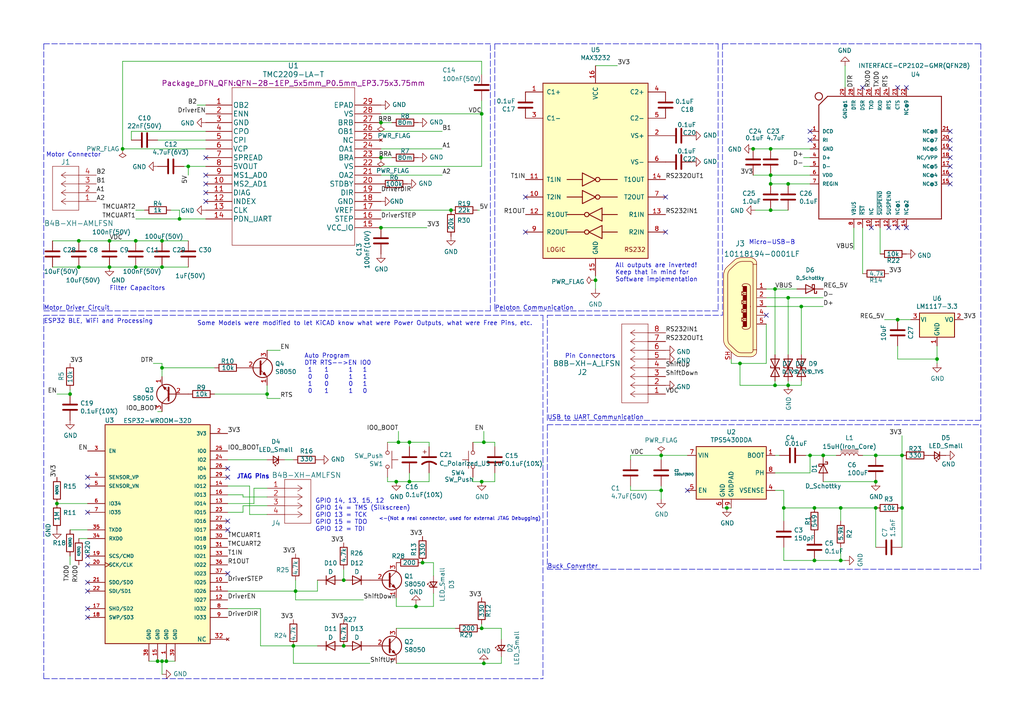
<source format=kicad_sch>
(kicad_sch (version 20211123) (generator eeschema)
  (paper "A4")
  (title_block (title "SmartSpin2k") (date "2022-09-17") (rev "Prototype") (company "GitHub") (comment 1 "Design by: Alex Quilty and Xymon Aesquivel") (comment 2 "Owner: Anthony Doud"))
  (junction (at 22.86 77.47))
  (junction (at 99.695 187.325))
  (junction (at 236.22 147.32))
  (junction (at 48.26 191.77))
  (junction (at 228.6 86.36))
  (junction (at 140.335 192.405))
  (junction (at 118.745 139.7))
  (junction (at 139.7 33.02))
  (junction (at 254 132.08))
  (junction (at 110.49 66.04))
  (junction (at 77.47 114.3))
  (junction (at 236.22 162.56))
  (junction (at 46.99 191.77))
  (junction (at 227.33 147.32))
  (junction (at 45.72 191.77))
  (junction (at 46.99 69.85))
  (junction (at 46.99 106.68))
  (junction (at 35.56 43.18))
  (junction (at 110.49 35.56))
  (junction (at 39.37 69.85))
  (junction (at 191.77 142.24))
  (junction (at 234.95 132.08))
  (junction (at 243.84 147.32))
  (junction (at 223.52 43.18))
  (junction (at 85.09 187.325))
  (junction (at 118.745 128.27))
  (junction (at 31.75 69.85))
  (junction (at 110.49 45.72))
  (junction (at 130.81 60.96))
  (junction (at 218.44 43.18))
  (junction (at 139.7 139.7))
  (junction (at 214.63 105.41))
  (junction (at 243.84 162.56))
  (junction (at 20.32 114.3))
  (junction (at 122.555 163.195))
  (junction (at 54.61 48.26))
  (junction (at 228.6 53.34))
  (junction (at 39.37 77.47))
  (junction (at 224.79 111.76))
  (junction (at 172.72 81.28))
  (junction (at 260.35 92.71))
  (junction (at 254 139.7))
  (junction (at 99.695 168.275))
  (junction (at 261.62 132.08))
  (junction (at 228.6 111.76))
  (junction (at 223.52 60.96))
  (junction (at 224.79 83.82))
  (junction (at 16.51 146.05))
  (junction (at 22.86 69.85))
  (junction (at 85.725 171.45))
  (junction (at 140.335 128.27))
  (junction (at 191.77 132.08))
  (junction (at 261.62 147.32))
  (junction (at 223.52 53.34))
  (junction (at 223.52 50.8))
  (junction (at 31.75 77.47))
  (junction (at 271.78 104.14))
  (junction (at 210.82 147.32))
  (junction (at 114.935 139.7))
  (junction (at 232.41 88.9))
  (junction (at 254 147.32))
  (junction (at 139.7 182.245))
  (junction (at 115.57 128.27))
  (junction (at 238.76 132.08))
  (junction (at 46.99 77.47))
  (junction (at 120.65 175.895))
  (junction (at 52.07 63.5))
  (no_connect (at 262.89 25.4))
  (no_connect (at 152.4 67.31))
  (no_connect (at 260.35 66.04))
  (no_connect (at 25.4 163.83))
  (no_connect (at 234.95 38.1))
  (no_connect (at 59.69 55.88))
  (no_connect (at 66.04 138.43))
  (no_connect (at 25.4 171.45))
  (no_connect (at 275.59 43.18))
  (no_connect (at 260.35 25.4))
  (no_connect (at 222.25 91.44))
  (no_connect (at 275.59 40.64))
  (no_connect (at 275.59 53.34))
  (no_connect (at 199.39 142.24))
  (no_connect (at 59.69 45.72))
  (no_connect (at 252.73 66.04))
  (no_connect (at 193.04 57.15))
  (no_connect (at 66.04 151.13))
  (no_connect (at 257.81 66.04))
  (no_connect (at 234.95 40.64))
  (no_connect (at 25.4 138.43))
  (no_connect (at 193.04 67.31))
  (no_connect (at 250.19 25.4))
  (no_connect (at 275.59 45.72))
  (no_connect (at 25.4 179.07))
  (no_connect (at 275.59 50.8))
  (no_connect (at 275.59 38.1))
  (no_connect (at 59.69 53.34))
  (no_connect (at 25.4 148.59))
  (no_connect (at 275.59 48.26))
  (no_connect (at 66.04 153.67))
  (no_connect (at 262.89 66.04))
  (no_connect (at 25.4 176.53))
  (no_connect (at 152.4 57.15))
  (no_connect (at 25.4 161.29))
  (no_connect (at 66.04 166.37))
  (no_connect (at 59.69 58.42))
  (no_connect (at 66.04 135.89))
  (no_connect (at 25.4 168.91))
  (no_connect (at 25.4 140.97))
  (no_connect (at 59.69 50.8))
  (wire (pts (xy 227.33 162.56) (xy 236.22 162.56)))
  (wire (pts (xy 238.76 132.08) (xy 242.57 132.08)))
  (wire (pts (xy 260.35 92.71) (xy 264.16 92.71)))
  (wire (pts (xy 233.045 48.26) (xy 234.95 48.26)))
  (wire (pts (xy 139.7 180.975) (xy 139.7 182.245)))
  (wire (pts (xy 59.69 38.1) (xy 38.1 38.1)))
  (polyline (pts (xy 158.75 91.44) (xy 209.55 91.44)))
  (wire (pts (xy 112.395 138.43) (xy 112.395 139.7)))
  (wire (pts (xy 128.27 38.1) (xy 110.49 38.1)))
  (wire (pts (xy 261.62 126.365) (xy 261.62 132.08)))
  (wire (pts (xy 118.745 137.16) (xy 118.745 139.7)))
  (wire (pts (xy 110.49 33.02) (xy 139.7 33.02)))
  (wire (pts (xy 228.6 53.34) (xy 234.95 53.34)))
  (wire (pts (xy 99.695 165.1) (xy 99.695 168.275)))
  (wire (pts (xy 81.28 115.57) (xy 77.47 115.57)))
  (wire (pts (xy 143.51 128.27) (xy 143.51 129.54)))
  (wire (pts (xy 256.54 92.71) (xy 260.35 92.71)))
  (wire (pts (xy 107.315 192.405) (xy 85.09 192.405)))
  (wire (pts (xy 110.49 60.96) (xy 130.81 60.96)))
  (polyline (pts (xy 208.28 90.17) (xy 143.51 90.17)))
  (wire (pts (xy 137.16 139.7) (xy 139.7 139.7)))
  (wire (pts (xy 124.46 129.54) (xy 124.46 128.27)))
  (wire (pts (xy 271.78 104.14) (xy 271.78 105.41)))
  (wire (pts (xy 223.52 53.34) (xy 228.6 53.34)))
  (wire (pts (xy 224.79 83.82) (xy 222.25 83.82)))
  (wire (pts (xy 125.73 163.195) (xy 125.73 167.005)))
  (wire (pts (xy 214.63 105.41) (xy 222.25 105.41)))
  (wire (pts (xy 224.79 83.82) (xy 224.79 102.87)))
  (wire (pts (xy 210.82 147.32) (xy 212.09 147.32)))
  (wire (pts (xy 46.99 105.41) (xy 44.45 105.41)))
  (wire (pts (xy 66.04 171.45) (xy 85.725 171.45)))
  (wire (pts (xy 45.72 191.77) (xy 46.99 191.77)))
  (wire (pts (xy 35.56 43.18) (xy 59.69 43.18)))
  (wire (pts (xy 66.04 148.59) (xy 70.485 148.59)))
  (wire (pts (xy 45.72 40.64) (xy 59.69 40.64)))
  (wire (pts (xy 85.09 192.405) (xy 85.09 187.325)))
  (wire (pts (xy 219.075 60.96) (xy 223.52 60.96)))
  (wire (pts (xy 113.665 45.72) (xy 110.49 45.72)))
  (wire (pts (xy 54.61 48.26) (xy 53.34 48.26)))
  (wire (pts (xy 85.09 187.325) (xy 92.075 187.325)))
  (wire (pts (xy 66.04 146.05) (xy 73.66 146.05)))
  (wire (pts (xy 85.725 171.45) (xy 85.725 173.99)))
  (wire (pts (xy 48.26 191.77) (xy 50.8 191.77)))
  (polyline (pts (xy 12.7 91.44) (xy 157.48 91.44)))
  (wire (pts (xy 120.65 175.895) (xy 125.73 175.895)))
  (polyline (pts (xy 158.75 123.19) (xy 158.75 165.1)))
  (wire (pts (xy 72.39 140.97) (xy 66.04 140.97)))
  (wire (pts (xy 260.35 100.33) (xy 260.35 104.14)))
  (wire (pts (xy 22.86 77.47) (xy 31.75 77.47)))
  (wire (pts (xy 66.04 143.51) (xy 70.485 143.51)))
  (wire (pts (xy 254 147.32) (xy 254 158.75)))
  (wire (pts (xy 46.99 106.68) (xy 46.99 105.41)))
  (wire (pts (xy 234.95 137.16) (xy 234.95 132.08)))
  (wire (pts (xy 114.935 192.405) (xy 140.335 192.405)))
  (wire (pts (xy 85.725 173.99) (xy 105.41 173.99)))
  (wire (pts (xy 247.65 66.04) (xy 247.65 72.39)))
  (wire (pts (xy 143.51 139.7) (xy 139.7 139.7)))
  (wire (pts (xy 250.19 132.08) (xy 254 132.08)))
  (wire (pts (xy 46.99 109.22) (xy 46.99 106.68)))
  (wire (pts (xy 115.57 125.095) (xy 115.57 128.27)))
  (wire (pts (xy 145.415 185.42) (xy 145.415 182.245)))
  (wire (pts (xy 140.335 128.27) (xy 143.51 128.27)))
  (wire (pts (xy 227.33 142.24) (xy 227.33 147.32)))
  (wire (pts (xy 137.16 138.43) (xy 137.16 139.7)))
  (wire (pts (xy 228.6 86.36) (xy 228.6 102.87)))
  (wire (pts (xy 236.22 147.32) (xy 243.84 147.32)))
  (polyline (pts (xy 12.7 90.17) (xy 142.24 90.17)))
  (wire (pts (xy 52.07 63.5) (xy 39.37 63.5)))
  (wire (pts (xy 54.61 50.8) (xy 54.61 48.26)))
  (wire (pts (xy 114.935 175.895) (xy 114.935 173.355)))
  (wire (pts (xy 46.99 191.77) (xy 48.26 191.77)))
  (wire (pts (xy 128.27 43.18) (xy 110.49 43.18)))
  (wire (pts (xy 112.395 139.7) (xy 114.935 139.7)))
  (polyline (pts (xy 209.55 12.7) (xy 209.55 91.44)))
  (wire (pts (xy 182.88 132.08) (xy 191.77 132.08)))
  (wire (pts (xy 224.79 142.24) (xy 227.33 142.24)))
  (wire (pts (xy 39.37 69.85) (xy 46.99 69.85)))
  (wire (pts (xy 16.51 114.3) (xy 20.32 114.3)))
  (wire (pts (xy 31.75 77.47) (xy 39.37 77.47)))
  (wire (pts (xy 224.79 132.08) (xy 226.06 132.08)))
  (wire (pts (xy 232.41 110.49) (xy 232.41 111.76)))
  (wire (pts (xy 223.52 60.96) (xy 228.6 60.96)))
  (wire (pts (xy 212.09 105.41) (xy 214.63 105.41)))
  (polyline (pts (xy 12.7 196.85) (xy 157.48 196.85)))
  (wire (pts (xy 70.485 146.685) (xy 70.485 148.59)))
  (wire (pts (xy 70.485 144.145) (xy 70.485 143.51)))
  (wire (pts (xy 75.565 187.325) (xy 85.09 187.325)))
  (wire (pts (xy 16.51 146.05) (xy 25.4 146.05)))
  (wire (pts (xy 233.68 132.08) (xy 234.95 132.08)))
  (polyline (pts (xy 284.48 165.1) (xy 284.48 123.19)))
  (wire (pts (xy 54.61 77.47) (xy 46.99 77.47)))
  (wire (pts (xy 223.52 43.18) (xy 234.95 43.18)))
  (wire (pts (xy 66.04 176.53) (xy 75.565 176.53)))
  (wire (pts (xy 271.78 100.33) (xy 271.78 104.14)))
  (polyline (pts (xy 12.7 196.85) (xy 12.7 91.44)))
  (wire (pts (xy 227.33 158.75) (xy 227.33 162.56)))
  (wire (pts (xy 45.72 119.38) (xy 46.99 119.38)))
  (wire (pts (xy 199.39 132.08) (xy 191.77 132.08)))
  (wire (pts (xy 118.745 128.27) (xy 118.745 129.54)))
  (wire (pts (xy 20.32 153.67) (xy 25.4 153.67)))
  (wire (pts (xy 114.935 182.245) (xy 132.08 182.245)))
  (wire (pts (xy 31.75 69.85) (xy 39.37 69.85)))
  (polyline (pts (xy 157.48 91.44) (xy 157.48 196.85)))
  (wire (pts (xy 15.24 69.85) (xy 22.86 69.85)))
  (wire (pts (xy 92.075 168.275) (xy 92.075 171.45)))
  (wire (pts (xy 223.52 53.34) (xy 223.52 50.8)))
  (wire (pts (xy 191.77 132.08) (xy 191.77 133.35)))
  (wire (pts (xy 255.27 66.04) (xy 255.27 73.66)))
  (wire (pts (xy 82.55 133.35) (xy 85.09 133.35)))
  (wire (pts (xy 260.35 104.14) (xy 271.78 104.14)))
  (wire (pts (xy 139.7 29.21) (xy 139.7 33.02)))
  (wire (pts (xy 243.84 147.32) (xy 243.84 151.13)))
  (wire (pts (xy 35.56 17.78) (xy 139.7 17.78)))
  (wire (pts (xy 212.09 104.14) (xy 212.09 105.41)))
  (wire (pts (xy 236.22 162.56) (xy 243.84 162.56)))
  (wire (pts (xy 20.32 113.03) (xy 20.32 114.3)))
  (wire (pts (xy 120.65 175.26) (xy 120.65 175.895)))
  (wire (pts (xy 222.25 105.41) (xy 222.25 93.98)))
  (wire (pts (xy 115.57 128.27) (xy 118.745 128.27)))
  (wire (pts (xy 261.62 132.08) (xy 261.62 147.32)))
  (wire (pts (xy 143.51 137.16) (xy 143.51 139.7)))
  (wire (pts (xy 54.61 69.85) (xy 46.99 69.85)))
  (wire (pts (xy 118.745 128.27) (xy 124.46 128.27)))
  (wire (pts (xy 59.69 63.5) (xy 52.07 63.5)))
  (wire (pts (xy 22.86 69.85) (xy 31.75 69.85)))
  (wire (pts (xy 214.63 111.76) (xy 224.79 111.76)))
  (wire (pts (xy 223.52 50.8) (xy 234.95 50.8)))
  (polyline (pts (xy 12.7 12.7) (xy 142.24 12.7)))
  (polyline (pts (xy 12.7 12.7) (xy 12.7 90.17)))
  (wire (pts (xy 110.49 35.56) (xy 113.665 35.56)))
  (wire (pts (xy 35.56 17.78) (xy 35.56 43.18)))
  (wire (pts (xy 182.88 140.97) (xy 182.88 142.24)))
  (wire (pts (xy 137.16 128.27) (xy 140.335 128.27)))
  (polyline (pts (xy 158.75 121.92) (xy 158.75 91.44)))
  (wire (pts (xy 110.49 66.04) (xy 123.825 66.04)))
  (wire (pts (xy 224.79 137.16) (xy 234.95 137.16)))
  (wire (pts (xy 250.19 66.04) (xy 250.19 79.375)))
  (wire (pts (xy 139.7 21.59) (xy 139.7 17.78)))
  (wire (pts (xy 191.77 142.24) (xy 191.77 144.78)))
  (wire (pts (xy 234.95 132.08) (xy 238.76 132.08)))
  (wire (pts (xy 124.46 137.16) (xy 124.46 139.7)))
  (wire (pts (xy 243.84 162.56) (xy 245.11 162.56)))
  (wire (pts (xy 209.55 147.32) (xy 210.82 147.32)))
  (wire (pts (xy 243.84 158.75) (xy 243.84 162.56)))
  (wire (pts (xy 243.84 147.32) (xy 254 147.32)))
  (wire (pts (xy 39.37 60.96) (xy 41.91 60.96)))
  (wire (pts (xy 172.72 80.01) (xy 172.72 81.28)))
  (wire (pts (xy 182.88 142.24) (xy 191.77 142.24)))
  (wire (pts (xy 120.65 175.895) (xy 114.935 175.895)))
  (wire (pts (xy 191.77 140.97) (xy 191.77 142.24)))
  (wire (pts (xy 15.24 77.47) (xy 22.86 77.47)))
  (wire (pts (xy 57.15 30.48) (xy 59.69 30.48)))
  (wire (pts (xy 39.37 77.47) (xy 46.99 77.47)))
  (wire (pts (xy 140.335 192.405) (xy 145.415 192.405)))
  (wire (pts (xy 145.415 192.405) (xy 145.415 190.5)))
  (polyline (pts (xy 143.51 12.7) (xy 208.28 12.7)))
  (wire (pts (xy 77.47 149.225) (xy 72.39 149.225)))
  (wire (pts (xy 140.335 125.095) (xy 140.335 128.27)))
  (polyline (pts (xy 158.75 123.19) (xy 284.48 123.19)))
  (wire (pts (xy 228.6 86.36) (xy 238.76 86.36)))
  (polyline (pts (xy 142.24 90.17) (xy 142.24 12.7)))
  (wire (pts (xy 112.395 128.27) (xy 115.57 128.27)))
  (wire (pts (xy 232.41 88.9) (xy 232.41 102.87)))
  (wire (pts (xy 38.1 38.1) (xy 38.1 40.64)))
  (wire (pts (xy 77.47 144.145) (xy 70.485 144.145)))
  (wire (pts (xy 66.04 133.35) (xy 77.47 133.35)))
  (polyline (pts (xy 284.48 12.7) (xy 284.48 121.92)))
  (wire (pts (xy 72.39 149.225) (xy 72.39 140.97)))
  (wire (pts (xy 62.23 106.68) (xy 46.99 106.68)))
  (wire (pts (xy 81.28 101.6) (xy 77.47 101.6)))
  (wire (pts (xy 128.27 50.8) (xy 110.49 50.8)))
  (wire (pts (xy 122.555 163.195) (xy 125.73 163.195)))
  (wire (pts (xy 62.23 114.3) (xy 77.47 114.3)))
  (wire (pts (xy 223.52 43.18) (xy 218.44 43.18)))
  (wire (pts (xy 223.52 50.8) (xy 218.44 50.8)))
  (wire (pts (xy 224.79 111.76) (xy 228.6 111.76)))
  (wire (pts (xy 231.14 83.82) (xy 224.79 83.82)))
  (wire (pts (xy 222.25 88.9) (xy 232.41 88.9)))
  (wire (pts (xy 118.745 139.7) (xy 114.935 139.7)))
  (wire (pts (xy 245.11 19.05) (xy 245.11 25.4)))
  (wire (pts (xy 20.32 163.83) (xy 20.32 161.29)))
  (wire (pts (xy 224.79 110.49) (xy 224.79 111.76)))
  (wire (pts (xy 254 132.08) (xy 261.62 132.08)))
  (wire (pts (xy 222.25 86.36) (xy 228.6 86.36)))
  (polyline (pts (xy 208.28 12.7) (xy 208.28 90.17)))
  (wire (pts (xy 172.72 19.05) (xy 179.07 19.05)))
  (wire (pts (xy 46.99 191.77) (xy 46.99 195.58)))
  (wire (pts (xy 261.62 147.32) (xy 261.62 158.75)))
  (polyline (pts (xy 284.48 121.92) (xy 158.75 121.92)))
  (wire (pts (xy 228.6 110.49) (xy 228.6 111.76)))
  (wire (pts (xy 75.565 176.53) (xy 75.565 187.325)))
  (wire (pts (xy 145.415 182.245) (xy 139.7 182.245)))
  (polyline (pts (xy 158.75 165.1) (xy 284.48 165.1)))
  (wire (pts (xy 22.86 156.21) (xy 25.4 156.21)))
  (wire (pts (xy 172.72 81.28) (xy 172.72 83.82)))
  (wire (pts (xy 85.725 171.45) (xy 92.075 171.45)))
  (wire (pts (xy 233.045 45.72) (xy 234.95 45.72)))
  (wire (pts (xy 182.88 132.08) (xy 182.88 133.35)))
  (wire (pts (xy 232.41 88.9) (xy 238.76 88.9)))
  (wire (pts (xy 77.47 115.57) (xy 77.47 114.3)))
  (polyline (pts (xy 209.55 12.7) (xy 284.48 12.7)))
  (wire (pts (xy 77.47 146.685) (xy 70.485 146.685)))
  (wire (pts (xy 227.33 151.13) (xy 227.33 147.32)))
  (wire (pts (xy 125.73 172.085) (xy 125.73 175.895)))
  (wire (pts (xy 73.66 146.05) (xy 73.66 141.605)))
  (wire (pts (xy 52.07 60.96) (xy 52.07 63.5)))
  (wire (pts (xy 118.745 139.7) (xy 124.46 139.7)))
  (wire (pts (xy 54.61 48.26) (xy 59.69 48.26)))
  (wire (pts (xy 85.725 168.275) (xy 85.725 171.45)))
  (wire (pts (xy 49.53 60.96) (xy 52.07 60.96)))
  (wire (pts (xy 110.49 48.26) (xy 139.7 48.26)))
  (wire (pts (xy 228.6 111.76) (xy 232.41 111.76)))
  (wire (pts (xy 77.47 114.3) (xy 77.47 111.76)))
  (wire (pts (xy 139.065 60.96) (xy 138.43 60.96)))
  (wire (pts (xy 43.18 191.77) (xy 45.72 191.77)))
  (wire (pts (xy 139.7 33.02) (xy 139.7 48.26)))
  (wire (pts (xy 73.66 141.605) (xy 77.47 141.605)))
  (polyline (pts (xy 143.51 12.7) (xy 143.51 90.17)))
  (wire (pts (xy 236.22 147.32) (xy 227.33 147.32)))
  (wire (pts (xy 214.63 105.41) (xy 214.63 111.76)))
  (wire (pts (xy 238.76 139.7) (xy 254 139.7)))
  (text "Peloton Communication" (at 143.51 90.17 0) (effects (font (size 1.27 1.27)) (justify left bottom)))
  (text "JTAG Pins" (at 68.58 139.065 0) (effects (font (size 1.27 1.27) (thickness 0.254) bold) (justify left bottom)))
  (text "Motor Connector" (at 13.335 45.72 0) (effects (font (size 1.27 1.27)) (justify left bottom)))
  (text "Buck Converter" (at 158.75 165.1 0) (effects (font (size 1.27 1.27)) (justify left bottom)))
  (text "ESP32 BLE, WiFi and Processing" (at 12.7 93.98 0) (effects (font (size 1.27 1.27)) (justify left bottom)))
  (text "USB to UART Communication" (at 158.75 121.92 0) (effects (font (size 1.27 1.27)) (justify left bottom)))
  (text "Pin Connectors" (at 163.83 104.14 0) (effects (font (size 1.27 1.27)) (justify left bottom)))
  (text "All outputs are inverted! \nKeep that in mind for\nSoftware implementation" (at 178.435 81.915 0) (effects (font (size 1.27 1.27)) (justify left bottom)))
  (text "<-(Not a real connector, used for external JTAG Debugging)" (at 109.855 151.13 0) (effects (font (size 1 1)) (justify left bottom)))
  (text "Some Models were modified to let KiCAD know what were Power Outputs, what were Free Pins, etc." (at 57.15 94.615 0) (effects (font (size 1.27 1.27)) (justify left bottom)))
  (text "Auto Program\nDTR RTS-->EN IO0\n 1	 1	   1   1\n 0	 0	   1   1\n 1	 0	   0   1\n 0	 1	   1   0" (at 88.265 114.3 0) (effects (font (size 1.27 1.27)) (justify left bottom)))
  (text "GPIO 14, 13, 15, 12\nGPIO 14 = TMS (Silkscreen)\nGPIO 13 = TCK\nGPIO 15 = TDO\nGPIO 12 = TDI\n" (at 91.44 154.305 0) (effects (font (size 1.27 1.27)) (justify left bottom)))
  (text "Motor Driver Circuit" (at 12.7 90.17 0) (effects (font (size 1.27 1.27)) (justify left bottom)))
  (text "Filter Capacitors" (at 31.75 84.455 0) (effects (font (size 1.27 1.27)) (justify left bottom)))
  (text "Micro-USB-B\n" (at 217.17 71.12 0) (effects (font (size 1.27 1.27)) (justify left bottom)))
  (label "DTR" (at 247.65 25.4 90))
  (label "RTS" (at 257.81 25.4 90))
  (label "D+" (at 233.045 45.72 180))
  (label "RS232IN1" (at 193.04 62.23 0))
  (label "B1" (at 27.94 53.34 0))
  (label "VBUS" (at 247.65 72.39 180))
  (label "3V3" (at 279.4 92.71 0))
  (label "3V3" (at 85.725 160.655 180))
  (label "3V3" (at 257.81 79.375 0))
  (label "3V3" (at 123.825 66.04 0))
  (label "RXD0" (at 252.73 25.4 90))
  (label "D-" (at 238.76 86.36 0))
  (label "TMCUART2" (at 39.37 60.96 180))
  (label "DriverDIR" (at 110.49 55.88 0))
  (label "RS232IN1" (at 193.04 96.52 0))
  (label "R1OUT" (at 66.04 163.83 0))
  (label "ShiftUp" (at 193.04 106.68 0))
  (label "B2" (at 27.94 50.8 0))
  (label "3V3" (at 99.695 179.705 180))
  (label "RXD0" (at 22.86 163.83 270))
  (label "3V3" (at 261.62 126.365 180))
  (label "A1" (at 27.94 55.88 0))
  (label "5V" (at 139.065 60.96 0))
  (label "TMCUART1" (at 66.04 156.21 0))
  (label "A1" (at 128.27 43.18 0))
  (label "3V3" (at 20.32 105.41 0))
  (label "ShiftDown" (at 193.04 109.22 0))
  (label "BRA" (at 113.665 45.72 180))
  (label "RS232OUT1" (at 193.04 99.06 0))
  (label "TMCUART1" (at 39.37 63.5 180))
  (label "TXD0" (at 255.27 25.4 90))
  (label "DriverSTEP" (at 110.49 63.5 0))
  (label "RS232OUT1" (at 193.04 52.07 0))
  (label "IO0_BOOT" (at 45.72 119.38 180))
  (label "DTR" (at 44.45 105.41 180))
  (label "VDC" (at 182.88 132.08 0))
  (label "VDC" (at 31.75 69.85 0))
  (label "D-" (at 233.045 48.26 180))
  (label "IO0_BOOT" (at 115.57 125.095 180))
  (label "ShiftDown" (at 105.41 173.99 0))
  (label "A2" (at 27.94 58.42 0))
  (label "ShiftUp" (at 107.315 192.405 0))
  (label "REG_5V" (at 238.76 83.82 0))
  (label "DriverEN" (at 59.69 33.02 180))
  (label "VDC" (at 193.04 114.3 0))
  (label "EN" (at 140.335 125.095 180))
  (label "3V3" (at 16.51 138.43 90))
  (label "REG_5V" (at 256.54 92.71 180))
  (label "T1IN" (at 66.04 161.29 0))
  (label "VDC" (at 139.7 33.02 180))
  (label "RTS" (at 81.28 115.57 0))
  (label "3V3" (at 85.09 179.705 180))
  (label "DriverDIR" (at 66.04 179.07 0))
  (label "VBUS" (at 224.79 83.82 0))
  (label "3V3" (at 122.555 155.575 180))
  (label "TMCUART2" (at 66.04 158.75 0))
  (label "B1" (at 128.27 38.1 0))
  (label "DriverSTEP" (at 66.04 168.91 0))
  (label "3V3" (at 99.695 157.48 180))
  (label "3V3" (at 139.7 173.355 180))
  (label "BRB" (at 113.665 35.56 180))
  (label "D+" (at 238.76 88.9 0))
  (label "A2" (at 128.27 50.8 0))
  (label "EN" (at 16.51 114.3 180))
  (label "EN" (at 81.28 101.6 0))
  (label "5V" (at 54.61 50.8 270))
  (label "B2" (at 57.15 30.48 180))
  (label "R1OUT" (at 152.4 62.23 180))
  (label "DriverEN" (at 66.04 173.99 0))
  (label "3V3" (at 218.44 50.8 180))
  (label "3V3" (at 179.07 19.05 0))
  (label "3V3" (at 66.04 125.73 0))
  (label "T1IN" (at 152.4 52.07 180))
  (label "TXD0" (at 20.32 163.83 270))
  (label "IO0_BOOT" (at 66.04 130.81 0))
  (label "EN" (at 25.4 130.81 180))
  (symbol (lib_id "Regulator_Switching:TPS5430DDA") (at 212.09 137.16 0) (unit 1)
    (property "Reference" "U2" (at 212.09 125.2982 0))
    (property "Value" "TPS5430DDA" (at 212.09 127.6096 0))
    (property "Footprint" "Package_SO:SOIC-8-1EP_3.9x4.9mm_P1.27mm_EP2.514x3.2mm" (effects hide))
    (property "Datasheet" "http://www.ti.com/lit/ds/symlink/tps5430.pdf" (effects hide))
  )
  (symbol (lib_id "Device:D_Schottky") (at 238.76 135.89 270) (unit 1)
    (property "Reference" "D1" (at 236.22 135.89 0))
    (property "Value" "D_Schottky" (at 238.76 140.97 90))
    (property "Footprint" "Diode_SMD:D_SMA" (effects hide))
  )
  (symbol (lib_id "Device:C") (at 227.33 154.94 0) (unit 1)
    (property "Reference" "C3" (at 230.251 153.7716 0) (effects (justify left)))
    (property "Value" "150pF" (at 230.251 156.083 0) (effects (justify left)))
    (property "Footprint" "Capacitor_SMD:C_0805_2012Metric" (effects hide))
  )
  (symbol (lib_id "Device:C") (at 229.87 132.08 90) (unit 1)
    (property "Reference" "C4" (at 230.505 127 90) (effects (justify left)))
    (property "Value" "0.01uF" (at 234.2134 128.651 90) (effects (justify left)))
    (property "Footprint" "Capacitor_SMD:C_0805_2012Metric" (effects hide))
  )
  (symbol (lib_id "Device:C") (at 254 135.89 0) (unit 1)
    (property "Reference" "C6" (at 245.745 134.8486 0) (effects (justify left)))
    (property "Value" "100uF" (at 245.745 137.16 0) (effects (justify left)))
    (property "Footprint" "Capacitor_SMD:C_1206_3216Metric" (effects hide))
  )
  (symbol (lib_id "Device:R") (at 236.22 151.13 0) (unit 1)
    (property "Reference" "R1" (at 234.315 152.4 90) (effects (justify left)))
    (property "Value" "549" (at 236.22 153.035 90) (effects (justify left)))
    (property "Footprint" "Resistor_SMD:R_0402_1005Metric" (effects hide))
  )
  (symbol (lib_id "Device:R") (at 243.84 154.94 0) (unit 1)
    (property "Reference" "R2" (at 246.38 156.21 90) (effects (justify left)))
    (property "Value" "5.9k" (at 243.84 156.845 90) (effects (justify left)))
    (property "Footprint" "Resistor_SMD:R_0603_1608Metric" (effects hide))
  )
  (symbol (lib_id "Device:R") (at 257.81 147.32 90) (unit 1)
    (property "Reference" "R3" (at 259.08 144.78 90) (effects (justify left)))
    (property "Value" "10k" (at 259.715 147.32 90) (effects (justify left)))
    (property "Footprint" "Resistor_SMD:R_0402_1005Metric" (effects hide))
  )
  (symbol (lib_id "Device:C") (at 257.81 158.75 90) (unit 1)
    (property "Reference" "C7" (at 256.6416 155.829 0) (effects (justify left)))
    (property "Value" "1.5nF" (at 258.953 155.829 0) (effects (justify left)))
    (property "Footprint" "Capacitor_SMD:C_0805_2012Metric" (effects hide))
  )
  (symbol (lib_id "Device:C") (at 236.22 158.75 0) (unit 1)
    (property "Reference" "C5" (at 239.141 157.5816 0) (effects (justify left)))
    (property "Value" "0.1uF" (at 239.141 159.893 0) (effects (justify left)))
    (property "Footprint" "Capacitor_SMD:C_0402_1005Metric" (effects hide))
  )
  (symbol (lib_id "power:GND") (at 245.11 162.56 90) (unit 1)
    (property "Reference" "#PWR04" (effects hide))
    (property "Value" "GND" (at 249.5042 162.433 0))
  )
  (symbol (lib_id "power:GND") (at 254 139.7 0) (unit 1)
    (property "Reference" "#PWR05" (effects hide))
    (property "Value" "GND" (at 254.127 144.0942 0))
  )
  (symbol (lib_id "Device:C") (at 182.88 137.16 0) (unit 1)
    (property "Reference" "C1" (at 177.165 141.605 0) (effects (justify left)))
    (property "Value" "4.7uF(50V)" (at 177.165 143.9164 0) (effects (justify left)))
    (property "Footprint" "Capacitor_SMD:C_1206_3216Metric" (effects hide))
  )
  (symbol (lib_id "Device:C") (at 191.77 137.16 0) (unit 1)
    (property "Reference" "C2" (at 195.58 136.525 0) (effects (font (size 0.635 0.635)) (justify left)))
    (property "Value" "100uF(50V)" (at 195.58 137.5664 0) (effects (font (size 0.635 0.635)) (justify left)))
    (property "Footprint" "Capacitor_SMD:CP_Elec_8x10" (effects hide))
  )
  (symbol (lib_id "power:GND") (at 191.77 144.78 0) (unit 1)
    (property "Reference" "#PWR02" (effects hide))
    (property "Value" "GND" (at 191.897 149.1742 0))
  )
  (symbol (lib_id "power:GND") (at 210.82 147.32 0) (unit 1)
    (property "Reference" "#PWR03" (effects hide))
    (property "Value" "GND" (at 210.947 151.7142 0))
  )
  (symbol (lib_id "Device:R") (at 20.32 109.22 0) (unit 1)
    (property "Reference" "R5" (at 17.78 110.49 90) (effects (justify left)))
    (property "Value" "10k" (at 20.32 111.125 90) (effects (justify left)))
    (property "Footprint" "Resistor_SMD:R_0402_1005Metric" (effects hide))
  )
  (symbol (lib_id "Device:C") (at 143.51 133.35 0) (unit 1)
    (property "Reference" "C15" (at 146.431 132.1816 0) (effects (justify left)))
    (property "Value" "0.1uF(10%)" (at 146.431 134.493 0) (effects (justify left)))
    (property "Footprint" "Capacitor_SMD:C_0402_1005Metric" (effects hide))
  )
  (symbol (lib_id "Device:R") (at 58.42 114.3 90) (unit 1)
    (property "Reference" "R9" (at 59.69 112.395 90) (effects (justify left)))
    (property "Value" "10k" (at 60.325 114.3 90) (effects (justify left)))
    (property "Footprint" "Resistor_SMD:R_0402_1005Metric" (effects hide))
  )
  (symbol (lib_id "Device:R") (at 66.04 106.68 90) (unit 1)
    (property "Reference" "R10" (at 67.945 104.775 90) (effects (justify left)))
    (property "Value" "10k" (at 67.945 106.68 90) (effects (justify left)))
    (property "Footprint" "Resistor_SMD:R_0402_1005Metric" (effects hide))
  )
  (symbol (lib_id "power:PWR_FLAG") (at 191.77 132.08 0) (unit 1)
    (property "Reference" "#FLG0103" (effects hide))
    (property "Value" "PWR_FLAG" (at 191.77 127.6858 0))
  )
  (symbol (lib_id "Device:LED_Small") (at 125.73 169.545 90) (unit 1)
    (property "Reference" "D3" (at 130.9878 169.545 0))
    (property "Value" "LED_Small" (at 128.27 169.545 0))
    (property "Footprint" "LED_SMD:LED_0603_1608Metric" (effects hide))
  )
  (symbol (lib_id "Device:LED_Small") (at 145.415 187.96 90) (unit 1)
    (property "Reference" "D2" (at 147.955 187.96 0))
    (property "Value" "LED_Small" (at 149.86 187.96 0))
    (property "Footprint" "LED_SMD:LED_0603_1608Metric" (effects hide))
  )
  (symbol (lib_id "INTERFACE-CP2102-GMR_QFN28_:INTERFACE-CP2102-GMR(QFN28)") (at 255.27 45.72 0) (unit 1)
    (property "Reference" "U4" (at 264.16 21.59 0) (effects (justify left)))
    (property "Value" "INTERFACE-CP2102-GMR(QFN28)" (at 248.92 19.05 0) (effects (justify left)))
    (property "Footprint" "Package_DFN_QFN:QFN-28-1EP_5x5mm_P0.5mm_EP3.35x3.35mm" (effects hide))
    (property "MPN" "CP2102-GMR" (effects hide))
  )
  (symbol (lib_id "Device:C") (at 218.44 46.99 180) (unit 1)
    (property "Reference" "C24" (at 220.98 38.1 0) (effects (justify left)))
    (property "Value" "0.1uF" (at 221.615 40.005 0) (effects (justify left)))
    (property "Footprint" "Capacitor_SMD:C_0402_1005Metric" (effects hide))
  )
  (symbol (lib_id "Device:C") (at 152.4 30.48 180) (unit 1)
    (property "Reference" "C17" (at 149.479 31.6484 0) (effects (justify left)))
    (property "Value" "0.1uF" (at 149.479 29.337 0) (effects (justify left)))
    (property "Footprint" "Capacitor_SMD:C_0402_1005Metric" (effects hide))
  )
  (symbol (lib_id "Device:C") (at 193.04 30.48 180) (unit 1)
    (property "Reference" "C18" (at 201.295 31.75 0) (effects (justify left)))
    (property "Value" "0.1uF" (at 201.295 29.4386 0) (effects (justify left)))
    (property "Footprint" "Capacitor_SMD:C_0402_1005Metric" (effects hide))
  )
  (symbol (lib_id "Device:C") (at 223.52 57.15 0) (unit 1)
    (property "Reference" "C25" (at 215.265 56.1086 0) (effects (justify left)))
    (property "Value" "1.0uF" (at 215.265 58.42 0) (effects (justify left)))
    (property "Footprint" "Capacitor_SMD:C_0805_2012Metric" (effects hide))
  )
  (symbol (lib_id "Device:C") (at 228.6 57.15 0) (unit 1)
    (property "Reference" "C26" (at 231.775 56.1086 0) (effects (justify left)))
    (property "Value" "0.1uF" (at 231.775 58.42 0) (effects (justify left)))
    (property "Footprint" "Capacitor_SMD:C_0402_1005Metric" (effects hide))
  )
  (symbol (lib_id "Regulator_Linear:LM1117-3.3") (at 271.78 92.71 0) (unit 1)
    (property "Reference" "U6" (at 271.78 86.5632 0))
    (property "Value" "LM1117-3.3" (at 271.78 88.8746 0))
    (property "Footprint" "Package_TO_SOT_SMD:SOT-223-3_TabPin2" (effects hide))
    (property "Datasheet" "http://www.ti.com/lit/ds/symlink/lm1117.pdf" (effects hide))
  )
  (symbol (lib_id "Device:C") (at 260.35 96.52 180) (unit 1)
    (property "Reference" "C27" (at 264.16 96.52 90))
    (property "Value" "10uF" (at 256.2606 96.52 90))
    (property "Footprint" "Capacitor_SMD:C_0603_1608Metric" (effects hide))
  )
  (symbol (lib_id "power:GND") (at 271.78 105.41 0) (unit 1)
    (property "Reference" "#PWR018" (effects hide))
    (property "Value" "GND" (at 271.907 109.8042 0))
  )
  (symbol (lib_id "Switch:SW_Push") (at 137.16 133.35 90) (unit 1)
    (property "Reference" "SW4" (at 130.81 137.16 90) (effects (justify right)))
    (property "Value" "SW_Push" (at 128.905 139.065 90) (effects (justify right)))
    (property "Footprint" "Button_Switch_SMD:SW_Push_SPST_NO_Alps_SKRK" (effects hide))
  )
  (symbol (lib_id "power:GND") (at 139.7 139.7 0) (unit 1)
    (property "Reference" "#PWR07" (effects hide))
    (property "Value" "GND" (at 139.827 144.0942 0))
  )
  (symbol (lib_id "power:GND") (at 46.99 195.58 90) (unit 1)
    (property "Reference" "#PWR010" (effects hide))
    (property "Value" "GND" (at 50.2412 195.453 90) (effects (justify right)))
  )
  (symbol (lib_id "Device:LED_Small") (at 271.78 132.08 180) (unit 1)
    (property "Reference" "D5" (at 274.32 127 0))
    (property "Value" "LED_Small" (at 274.32 129.3114 0))
    (property "Footprint" "LED_SMD:LED_0603_1608Metric" (effects hide))
  )
  (symbol (lib_id "Device:R") (at 265.43 132.08 270) (unit 1)
    (property "Reference" "R23" (at 265.43 130.175 90))
    (property "Value" "330" (at 265.43 132.08 90))
    (property "Footprint" "Resistor_SMD:R_0402_1005Metric" (effects hide))
  )
  (symbol (lib_id "power:GND") (at 274.32 132.08 90) (unit 1)
    (property "Reference" "#PWR028" (effects hide))
    (property "Value" "GND" (at 273.05 134.62 90) (effects (justify right)))
  )
  (symbol (lib_id "power:GND") (at 219.075 60.96 270) (unit 1)
    (property "Reference" "#PWR033" (effects hide))
    (property "Value" "GND" (at 215.8238 61.087 90) (effects (justify right)))
  )
  (symbol (lib_id "power:GND") (at 218.44 43.18 270) (unit 1)
    (property "Reference" "#PWR032" (effects hide))
    (property "Value" "GND" (at 215.1888 43.307 90) (effects (justify right)))
  )
  (symbol (lib_id "power:GND") (at 245.11 19.05 180) (unit 1)
    (property "Reference" "#PWR034" (effects hide))
    (property "Value" "GND" (at 244.983 14.6558 0))
  )
  (symbol (lib_id "power:GND") (at 228.6 111.76 0) (unit 1)
    (property "Reference" "#PWR0104" (effects hide))
    (property "Value" "GND" (at 228.727 115.0112 90) (effects (justify right)))
  )
  (symbol (lib_id "Device:R") (at 16.51 149.86 180) (unit 1)
    (property "Reference" "R11" (at 18.288 148.6916 0) (effects (justify right)))
    (property "Value" "1M" (at 16.51 151.13 90) (effects (justify right)))
    (property "Footprint" "Resistor_SMD:R_0402_1005Metric" (effects hide))
  )
  (symbol (lib_id "power:GND") (at 16.51 153.67 0) (unit 1)
    (property "Reference" "#PWR0110" (effects hide))
    (property "Value" "GND" (at 13.97 151.765 90) (effects (justify right)))
  )
  (symbol (lib_id "Device:R") (at 139.7 177.165 180) (unit 1)
    (property "Reference" "R12" (at 141.605 177.165 90))
    (property "Value" "330" (at 139.7 177.165 90))
    (property "Footprint" "Resistor_SMD:R_0402_1005Metric" (effects hide))
  )
  (symbol (lib_id "Device:R") (at 122.555 159.385 180) (unit 1)
    (property "Reference" "R13" (at 120.015 159.385 90))
    (property "Value" "330" (at 122.555 159.385 90))
    (property "Footprint" "Resistor_SMD:R_0402_1005Metric" (effects hide))
  )
  (symbol (lib_id "Device:R") (at 254 79.375 270) (unit 1)
    (property "Reference" "R14" (at 252.095 81.28 90) (effects (justify left)))
    (property "Value" "4.7k" (at 252.095 79.375 90) (effects (justify left)))
    (property "Footprint" "Resistor_SMD:R_0402_1005Metric" (effects hide))
  )
  (symbol (lib_id "Device:R") (at 16.51 142.24 0) (unit 1)
    (property "Reference" "R15" (at 18.288 141.0716 0) (effects (justify left)))
    (property "Value" "0(5%)" (at 16.51 143.51 90) (effects (font (size 0.635 0.635)) (justify left)))
    (property "Footprint" "Resistor_SMD:R_0402_1005Metric" (effects hide))
  )
  (symbol (lib_id "Device:LED_Small") (at 80.01 133.35 180) (unit 1)
    (property "Reference" "D4" (at 80.01 128.0922 0))
    (property "Value" "LED_Small" (at 80.01 130.4036 0))
    (property "Footprint" "LED_SMD:LED_0603_1608Metric" (effects hide))
  )
  (symbol (lib_id "Device:R") (at 88.9 133.35 270) (unit 1)
    (property "Reference" "R16" (at 88.9 130.81 90))
    (property "Value" "330" (at 88.9 133.1214 90))
    (property "Footprint" "Resistor_SMD:R_0402_1005Metric" (effects hide))
  )
  (symbol (lib_id "power:GND") (at 92.71 133.35 90) (unit 1)
    (property "Reference" "#PWR020" (effects hide))
    (property "Value" "GND" (at 95.9612 133.223 90) (effects (justify right)))
  )
  (symbol (lib_id "Transistor_BJT:2N2219") (at 49.53 114.3 180) (unit 1)
    (property "Reference" "Q3" (at 44.6786 113.1316 0) (effects (justify left)))
    (property "Value" "S8050" (at 44.6786 115.443 0) (effects (justify left)))
    (property "Footprint" "Package_TO_SOT_SMD:SOT-23" (effects hide))
    (property "Datasheet" "http://www.onsemi.com/pub_link/Collateral/2N2219-D.PDF" (effects hide))
  )
  (symbol (lib_id "Transistor_BJT:2N2219") (at 74.93 106.68 0) (unit 1)
    (property "Reference" "Q4" (at 79.756 105.5116 0) (effects (justify left)))
    (property "Value" "S8050" (at 79.756 107.823 0) (effects (justify left)))
    (property "Footprint" "Package_TO_SOT_SMD:SOT-23" (effects hide))
    (property "Datasheet" "http://www.onsemi.com/pub_link/Collateral/2N2219-D.PDF" (effects hide))
  )
  (symbol (lib_id "Device:R") (at 20.32 157.48 0) (unit 1)
    (property "Reference" "R18" (at 15.24 157.48 0) (effects (justify left)))
    (property "Value" "0(5%)" (at 20.32 158.75 90) (effects (font (size 0.635 0.635)) (justify left)))
    (property "Footprint" "Resistor_SMD:R_0402_1005Metric" (effects hide))
  )
  (symbol (lib_id "Device:R") (at 22.86 160.02 0) (unit 1)
    (property "Reference" "R20" (at 25.4 160.655 90) (effects (justify left)))
    (property "Value" "0(5%)" (at 22.86 161.29 90) (effects (font (size 0.635 0.635)) (justify left)))
    (property "Footprint" "Resistor_SMD:R_0402_1005Metric" (effects hide))
  )
  (symbol (lib_id "Switch:SW_Push") (at 112.395 133.35 270) (unit 1)
    (property "Reference" "SW1" (at 111.1758 134.5184 90) (effects (justify right)))
    (property "Value" "SW_Push" (at 111.1758 132.207 90) (effects (justify right)))
    (property "Footprint" "Button_Switch_SMD:SW_Push_SPST_NO_Alps_SKRK" (effects hide))
  )
  (symbol (lib_id "power:GND") (at 114.935 139.7 0) (unit 1)
    (property "Reference" "#PWR08" (effects hide))
    (property "Value" "GND" (at 115.062 144.0942 0))
  )
  (symbol (lib_id "Device:C") (at 118.745 133.35 0) (unit 1)
    (property "Reference" "C16" (at 117.475 141.1986 0) (effects (justify left)))
    (property "Value" "0.1uF(10%)" (at 117.475 143.51 0) (effects (justify left)))
    (property "Footprint" "Capacitor_SMD:C_0402_1005Metric" (effects hide))
  )
  (symbol (lib_id "Interface_UART:MAX3232") (at 172.72 49.53 0) (unit 1)
    (property "Reference" "U5" (at 172.72 14.4526 0))
    (property "Value" "MAX3232" (at 172.72 16.764 0))
    (property "Footprint" "MAX3232:MAX3232IPWR" (effects hide))
    (property "Datasheet" "https://datasheets.maximintegrated.com/en/ds/MAX3222-MAX3241.pdf" (effects hide))
  )
  (symbol (lib_id "Device:C") (at 196.85 39.37 90) (unit 1)
    (property "Reference" "C20" (at 201.93 38.5064 90) (effects (justify left)))
    (property "Value" "0.1uF" (at 201.93 36.195 90) (effects (justify left)))
    (property "Footprint" "Capacitor_SMD:C_0402_1005Metric" (effects hide))
  )
  (symbol (lib_id "Device:C") (at 196.85 46.99 90) (unit 1)
    (property "Reference" "C22" (at 201.93 46.1264 90) (effects (justify left)))
    (property "Value" "0.1uF" (at 201.93 43.815 90) (effects (justify left)))
    (property "Footprint" "Capacitor_SMD:C_0402_1005Metric" (effects hide))
  )
  (symbol (lib_id "power:GND") (at 200.66 39.37 90) (unit 1)
    (property "Reference" "#PWR0115" (effects hide))
    (property "Value" "GND" (at 203.9112 39.243 90) (effects (justify right)))
  )
  (symbol (lib_id "power:GND") (at 200.66 46.99 90) (unit 1)
    (property "Reference" "#PWR0116" (effects hide))
    (property "Value" "GND" (at 203.9112 46.863 90) (effects (justify right)))
  )
  (symbol (lib_id "Device:C") (at 223.52 46.99 0) (unit 1)
    (property "Reference" "C23" (at 222.25 38.1 0) (effects (justify left)))
    (property "Value" "4.7uF" (at 222.25 40.005 0) (effects (justify left)))
    (property "Footprint" "Capacitor_SMD:C_0805_2012Metric" (effects hide))
  )
  (symbol (lib_id "Device:C") (at 46.99 73.66 0) (unit 1)
    (property "Reference" "C29" (at 49.911 72.4916 0) (effects (justify left)))
    (property "Value" "100uF(50V)" (at 41.91 68.58 0) (effects (justify left)))
    (property "Footprint" "Capacitor_SMD:CP_Elec_8x10" (effects hide))
  )
  (symbol (lib_id "Device:R") (at 99.695 183.515 180) (unit 1)
    (property "Reference" "R27" (at 103.505 179.705 0) (effects (justify left)))
    (property "Value" "4.7k" (at 99.695 181.61 90) (effects (justify left)))
    (property "Footprint" "Resistor_SMD:R_0402_1005Metric" (effects hide))
  )
  (symbol (lib_id "power:GND") (at 59.69 60.96 270) (unit 1)
    (property "Reference" "#PWR019" (effects hide))
    (property "Value" "GND" (at 56.4388 61.087 90) (effects (justify right)))
  )
  (symbol (lib_id "Device:R") (at 45.72 60.96 270) (unit 1)
    (property "Reference" "R4" (at 45.72 59.055 90))
    (property "Value" "1k" (at 45.72 60.96 90))
    (property "Footprint" "Resistor_SMD:R_0402_1005Metric" (effects hide))
  )
  (symbol (lib_id "Device:L_Iron") (at 246.38 132.08 90) (unit 1)
    (property "Reference" "L1" (at 246.38 126.9832 90))
    (property "Value" "15uH(Iron_Core)" (at 246.38 129.5201 90))
    (property "Footprint" "Inductor_SMD_Extra:L_SXN_SMDRI127_150MT" (effects hide))
  )
  (symbol (lib_id "power:GND") (at 110.49 58.42 90) (unit 1)
    (property "Reference" "#PWR025" (effects hide))
    (property "Value" "GND" (at 113.03 58.42 90) (effects (justify right)))
  )
  (symbol (lib_id "Device:C_Polarized_US") (at 124.46 133.35 0) (unit 1)
    (property "Reference" "C21" (at 127.381 131.8803 0) (effects (justify left)))
    (property "Value" "C_Polarized_US 1uF" (at 127.381 134.4172 0) (effects (justify left)))
    (property "Footprint" "Capacitor_SMD:C_0603_1608Metric" (effects hide))
  )
  (symbol (lib_id "Device:R") (at 130.81 64.77 0) (unit 1)
    (property "Reference" "R30" (at 132.588 63.9353 0) (effects (justify left)))
    (property "Value" "20k" (at 130.81 66.675 90) (effects (justify left)))
    (property "Footprint" "Resistor_SMD:R_0805_2012Metric" (effects hide))
  )
  (symbol (lib_id "power:GND") (at 130.81 68.58 0) (unit 1)
    (property "Reference" "#PWR014" (effects hide))
    (property "Value" "GND" (at 130.81 73.0234 0))
  )
  (symbol (lib_id "Device:C") (at 49.53 48.26 270) (unit 1)
    (property "Reference" "C12" (at 49.53 41.8592 90))
    (property "Value" "4.7uF(6V3)" (at 49.53 44.1706 90))
    (property "Footprint" "Capacitor_SMD:C_0805_2012Metric" (effects hide))
  )
  (symbol (lib_id "power:GND") (at 31.75 77.47 0) (unit 1)
    (property "Reference" "#PWR06" (effects hide))
    (property "Value" "GND" (at 34.29 81.28 0))
  )
  (symbol (lib_id "ESP32-WROOM-32D:ESP32-WROOM-32D") (at 45.72 153.67 0) (unit 1)
    (property "Reference" "U3" (at 31.75 121.92 0))
    (property "Value" "ESP32-WROOM-32D" (at 45.72 122.0271 0))
    (property "Footprint" "RF_Module:ESP32-WROOM-32" (effects hide))
    (property "MAXIMUM_PACKAGE_HEIGHT" "3.2 mm" (effects hide))
    (property "PARTREV" "1.9" (effects hide))
    (property "STANDARD" "Manufacturer Recommendations" (effects hide))
    (property "MANUFACTURER" "Espressif Systems" (effects hide))
  )
  (symbol (lib_id "power:GND") (at 20.32 121.92 0) (unit 1)
    (property "Reference" "#PWR01" (effects hide))
    (property "Value" "GND" (at 20.447 126.3142 0))
  )
  (symbol (lib_name "D_Schottky_1") (lib_id "Device:D_Schottky") (at 234.95 83.82 180) (unit 1)
    (property "Reference" "D6" (at 234.95 78.3082 0))
    (property "Value" "D_Schottky" (at 234.95 80.6196 0) (effects (font (size 1 1))))
    (property "Footprint" "Diode_SMD:D_SMA" (effects hide))
  )
  (symbol (lib_id "Device:C") (at 22.86 73.66 0) (unit 1)
    (property "Reference" "C8" (at 25.781 72.4916 0) (effects (justify left)))
    (property "Value" "10uF(50V)" (at 19.05 81.28 0) (effects (justify left)))
    (property "Footprint" "Capacitor_SMD:C_1206_3216Metric" (effects hide))
  )
  (symbol (lib_id "Device:R") (at 99.695 161.29 0) (unit 1)
    (property "Reference" "R26" (at 101.473 160.4553 0) (effects (justify left)))
    (property "Value" "4.7k" (at 99.695 163.195 90) (effects (justify left)))
    (property "Footprint" "Resistor_SMD:R_0402_1005Metric" (effects hide))
  )
  (symbol (lib_id "power:GND") (at 121.285 45.72 90) (unit 1)
    (property "Reference" "#PWR030" (effects hide))
    (property "Value" "GND" (at 124.5362 45.593 90) (effects (justify right)))
  )
  (symbol (lib_id "B4B_Connector:B4B-XH-AMLFSN") (at 77.47 141.605 0) (unit 1)
    (property "Reference" "J4" (at 80.01 151.765 0) (effects (font (size 1.524 1.524))))
    (property "Value" "B4B-XH-AMLFSN" (at 88.9 137.795 0) (effects (font (size 1.524 1.524))))
    (property "Footprint" "Connector_JST:JST_XH_B4B-XH-AM_1x04_P2.50mm_Vertical" (effects hide))
  )
  (symbol (lib_id "power:GND") (at 262.89 73.66 90) (unit 1)
    (property "Reference" "#PWR013" (effects hide))
    (property "Value" "GND" (at 266.065 74.0938 90) (effects (justify right)))
  )
  (symbol (lib_id "power:PWR_FLAG") (at 110.49 45.72 180) (unit 1)
    (property "Reference" "#FLG0102" (effects hide))
    (property "Value" "PWR_FLAG" (at 118.745 49.53 0) (effects (justify left)))
  )
  (symbol (lib_id "power:GND") (at 110.49 30.48 90) (unit 1)
    (property "Reference" "#PWR024" (effects hide))
    (property "Value" "GND" (at 113.7412 30.353 90) (effects (justify right)))
  )
  (symbol (lib_id "Device:D") (at 103.505 187.325 180) (unit 1)
    (property "Reference" "D13" (at 103.505 182.3552 0))
    (property "Value" "D" (at 103.505 184.8921 0))
    (property "Footprint" "Diode_SMD:D_SOD-123F" (effects hide))
  )
  (symbol (lib_id "B4B_Connector:B4B-XH-AMLFSN") (at 27.94 58.42 180) (unit 1)
    (property "Reference" "J1" (at 19.05 46.99 0) (effects (font (size 1.524 1.524))))
    (property "Value" "B4B-XH-AMLFSN" (at 22.86 64.77 0) (effects (font (size 1.524 1.524))))
    (property "Footprint" "Connector_JST:JST_XH_B4B-XH-AM_1x04_P2.50mm_Vertical" (effects hide))
  )
  (symbol (lib_id "Device:R") (at 85.09 183.515 180) (unit 1)
    (property "Reference" "R24" (at 83.312 184.3497 0) (effects (justify left)))
    (property "Value" "4.7k" (at 85.09 181.61 90) (effects (justify left)))
    (property "Footprint" "Resistor_SMD:R_0402_1005Metric" (effects hide))
  )
  (symbol (lib_id "Device:C") (at 39.37 73.66 0) (unit 1)
    (property "Reference" "C11" (at 42.291 72.4916 0) (effects (justify left)))
    (property "Value" "100nF(50V)" (at 35.56 78.74 0) (effects (justify left)))
    (property "Footprint" "Capacitor_SMD:C_0805_2012Metric" (effects hide))
  )
  (symbol (lib_id "Device:C") (at 139.7 25.4 180) (unit 1)
    (property "Reference" "C14" (at 128.27 20.32 0) (effects (justify right)))
    (property "Value" "100nF(50V)" (at 128.27 22.86 0) (effects (justify right)))
    (property "Footprint" "Capacitor_SMD:C_0805_2012Metric" (effects hide))
  )
  (symbol (lib_id "power:GND") (at 193.04 104.14 90) (unit 1)
    (property "Reference" "#PWR0102" (effects hide))
    (property "Value" "GND" (at 196.215 104.5738 90) (effects (justify right)))
  )
  (symbol (lib_id "Device:C") (at 31.75 73.66 0) (unit 1)
    (property "Reference" "C9" (at 34.671 72.4916 0) (effects (justify left)))
    (property "Value" "100nF(50V)" (at 26.67 67.31 0) (effects (justify left)))
    (property "Footprint" "Capacitor_SMD:C_0805_2012Metric" (effects hide))
  )
  (symbol (lib_id "Device:R") (at 85.725 164.465 180) (unit 1)
    (property "Reference" "R25" (at 83.947 165.2997 0) (effects (justify left)))
    (property "Value" "4.7k" (at 85.725 162.56 90) (effects (justify left)))
    (property "Footprint" "Resistor_SMD:R_0402_1005Metric" (effects hide))
  )
  (symbol (lib_id "Device:R") (at 259.08 73.66 270) (unit 1)
    (property "Reference" "R22" (at 257.175 75.565 90) (effects (justify left)))
    (property "Value" "10k" (at 257.175 73.66 90) (effects (justify left)))
    (property "Footprint" "Resistor_SMD:R_0402_1005Metric" (effects hide))
  )
  (symbol (lib_id "Device:R") (at 117.475 45.72 270) (unit 1)
    (property "Reference" "R7" (at 117.475 43.815 90))
    (property "Value" "80m" (at 117.475 45.72 90))
    (property "Footprint" "Resistor_SMD:R_1206_3216Metric" (effects hide))
  )
  (symbol (lib_id "dk_USB-DVI-HDMI-Connectors:10118194-0001LF") (at 214.63 88.9 0) (unit 1)
    (property "Reference" "J3" (at 214.6808 70.6427 0) (effects (font (size 1.524 1.524))))
    (property "Value" "10118194-0001LF" (at 220.98 73.66 0) (effects (font (size 1.524 1.524))))
    (property "Footprint" "digikey-footprints:USB_Micro_B_Female_10118194-0001LF" (effects hide))
    (property "Datasheet" "http://www.amphenol-icc.com/media/wysiwyg/files/drawing/10118194.pdf" (effects hide))
    (property "Digi-Key_PN" "609-4618-1-ND" (effects hide))
    (property "MPN" "10118194-0001LF" (effects hide))
    (property "Category" "Connectors, Interconnects" (effects hide))
    (property "Family" "USB, DVI, HDMI Connectors" (effects hide))
    (property "DK_Datasheet_Link" "http://www.amphenol-icc.com/media/wysiwyg/files/drawing/10118194.pdf" (effects hide))
    (property "DK_Detail_Page" "/product-detail/en/amphenol-icc-fci/10118194-0001LF/609-4618-1-ND/2785382" (effects hide))
    (property "Description" "CONN RCPT USB2.0 MICRO B SMD R/A" (effects hide))
    (property "Manufacturer" "Amphenol ICC (FCI)" (effects hide))
    (property "Status" "Active" (effects hide))
  )
  (symbol (lib_id "power:PWR_FLAG") (at 35.56 43.18 180) (unit 1)
    (property "Reference" "#FLG0101" (effects hide))
    (property "Value" "PWR_FLAG" (at 29.845 43.18 0))
  )
  (symbol (lib_id "Device:R") (at 118.745 163.195 90) (unit 1)
    (property "Reference" "R28" (at 117.475 161.29 90) (effects (justify left)))
    (property "Value" "200" (at 120.65 163.195 90) (effects (justify left)))
    (property "Footprint" "Resistor_SMD:R_0402_1005Metric" (effects hide))
  )
  (symbol (lib_id "Device:R") (at 114.3 53.34 270) (unit 1)
    (property "Reference" "R6" (at 114.3 51.435 90))
    (property "Value" "100k" (at 114.3 53.34 90))
    (property "Footprint" "Resistor_SMD:R_0402_1005Metric" (effects hide))
  )
  (symbol (lib_id "Device:R") (at 135.89 182.245 90) (unit 1)
    (property "Reference" "R29" (at 137.16 184.15 90) (effects (justify left)))
    (property "Value" "200" (at 137.795 182.245 90) (effects (justify left)))
    (property "Footprint" "Resistor_SMD:R_0402_1005Metric" (effects hide))
  )
  (symbol (lib_id "Device:D") (at 95.885 187.325 0) (unit 1)
    (property "Reference" "D11" (at 95.885 182.3552 0))
    (property "Value" "D" (at 95.885 184.8921 0))
    (property "Footprint" "Diode_SMD:D_SOD-123F" (effects hide))
  )
  (symbol (lib_id "Device:D_TVS") (at 224.79 106.68 270) (unit 1)
    (property "Reference" "D7" (at 226.822 105.5116 90) (effects (justify left)))
    (property "Value" "D_TVS" (at 226.822 107.823 90) (effects (font (size 1 1)) (justify left)))
    (property "Footprint" "Diode_SMD:D_0603_1608Metric" (effects hide))
  )
  (symbol (lib_id "power:PWR_FLAG") (at 110.49 35.56 180) (unit 1)
    (property "Reference" "#FLG0104" (effects hide))
    (property "Value" "PWR_FLAG" (at 114.3 39.37 0))
  )
  (symbol (lib_id "Device:C") (at 54.61 73.66 0) (unit 1)
    (property "Reference" "C30" (at 57.531 72.4916 0) (effects (justify left)))
    (property "Value" "1uF(50V)" (at 50.8 80.01 0) (effects (justify left)))
    (property "Footprint" "Capacitor_SMD:C_0603_1608Metric" (effects hide))
  )
  (symbol (lib_id "Device:D") (at 103.505 168.275 180) (unit 1)
    (property "Reference" "D12" (at 103.505 163.3052 0))
    (property "Value" "D" (at 103.505 165.8421 0))
    (property "Footprint" "Diode_SMD:D_SOD-123F" (effects hide))
  )
  (symbol (lib_id "power:GND") (at 193.04 101.6 90) (unit 1)
    (property "Reference" "#PWR0103" (effects hide))
    (property "Value" "GND" (at 196.215 102.0338 90) (effects (justify right)))
  )
  (symbol (lib_id "power:PWR_FLAG") (at 172.72 81.28 90) (unit 1)
    (property "Reference" "#FLG0105" (effects hide))
    (property "Value" "PWR_FLAG" (at 169.5451 81.7138 90) (effects (justify left)))
  )
  (symbol (lib_id "Device:D") (at 95.885 168.275 0) (unit 1)
    (property "Reference" "D10" (at 95.885 163.3052 0))
    (property "Value" "D" (at 95.885 165.8421 0))
    (property "Footprint" "Diode_SMD:D_SOD-123F" (effects hide))
  )
  (symbol (lib_id "Device:C") (at 15.24 73.66 0) (unit 1)
    (property "Reference" "C28" (at 18.161 72.4916 0) (effects (justify left)))
    (property "Value" "10uF(50V)" (at 12.7 78.74 0) (effects (justify left)))
    (property "Footprint" "Capacitor_SMD:C_0805_2012Metric" (effects hide))
  )
  (symbol (lib_id "TMC2209:TMC2209-LA-T") (at 59.69 30.48 0) (unit 1)
    (property "Reference" "U1" (at 85.09 19.05 0) (effects (font (size 1.524 1.524))))
    (property "Value" "TMC2209-LA-T" (at 85.09 21.59 0) (effects (font (size 1.524 1.524))))
    (property "Footprint" "Package_DFN_QFN:QFN-28-1EP_5x5mm_P0.5mm_EP3.75x3.75mm" (at 85.09 24.13 0) (effects (font (size 1.524 1.524))))
  )
  (symbol (lib_name "B8B-XH-A_LFSN_1") (lib_id "B8B_Connector:B8B-XH-A_LFSN") (at 193.04 114.3 180) (unit 1)
    (property "Reference" "J2" (at 168.91 107.95 0) (effects (font (size 1.524 1.524))))
    (property "Value" "B8B-XH-A_LFSN" (at 170.18 105.41 0) (effects (font (size 1.524 1.524))))
    (property "Footprint" "Connector_JST:JST_XH_B8B-XH-AM_1x08_P2.50mm_Vertical" (effects hide))
  )
  (symbol (lib_id "Transistor_BJT:2N2219") (at 112.395 187.325 0) (unit 1)
    (property "Reference" "Q2" (at 117.221 186.1566 0) (effects (justify left)))
    (property "Value" "S8050" (at 117.221 188.468 0) (effects (justify left)))
    (property "Footprint" "Package_TO_SOT_SMD:SOT-23" (effects hide))
    (property "Datasheet" "http://www.onsemi.com/pub_link/Collateral/2N2219-D.PDF" (effects hide))
  )
  (symbol (lib_id "power:GND") (at 59.69 35.56 270) (unit 1)
    (property "Reference" "#PWR017" (effects hide))
    (property "Value" "GND" (at 56.4388 35.687 90) (effects (justify right)))
  )
  (symbol (lib_id "power:GND") (at 140.335 192.405 180) (unit 1)
    (property "Reference" "#PWR011" (effects hide))
    (property "Value" "GND" (at 140.335 188.8292 0))
  )
  (symbol (lib_id "Device:C") (at 20.32 118.11 0) (unit 1)
    (property "Reference" "C19" (at 23.241 116.9416 0) (effects (justify left)))
    (property "Value" "0.1uF(10%)" (at 23.241 119.253 0) (effects (justify left)))
    (property "Footprint" "Capacitor_SMD:C_0402_1005Metric" (effects hide))
  )
  (symbol (lib_id "power:GND") (at 172.72 83.82 0) (unit 1)
    (property "Reference" "#PWR0105" (effects hide))
    (property "Value" "GND" (at 172.72 88.2634 0))
  )
  (symbol (lib_id "power:GND") (at 121.285 35.56 90) (unit 1)
    (property "Reference" "#PWR031" (effects hide))
    (property "Value" "GND" (at 124.5362 35.433 90) (effects (justify right)))
  )
  (symbol (lib_id "power:GND") (at 193.04 111.76 90) (unit 1)
    (property "Reference" "#PWR0101" (effects hide))
    (property "Value" "GND" (at 196.215 112.1938 90) (effects (justify right)))
  )
  (symbol (lib_id "Device:D_TVS") (at 228.6 106.68 270) (unit 1)
    (property "Reference" "D8" (at 230.632 105.5116 90) (effects (justify left)))
    (property "Value" "D_TVS" (at 230.632 107.823 90) (effects (font (size 1 1)) (justify left)))
    (property "Footprint" "Diode_SMD:D_0603_1608Metric" (effects hide))
  )
  (symbol (lib_id "power:GND") (at 110.49 73.66 0) (unit 1)
    (property "Reference" "#PWR023" (effects hide))
    (property "Value" "GND" (at 110.617 78.0542 0))
  )
  (symbol (lib_id "power:GND") (at 45.72 48.26 270) (unit 1)
    (property "Reference" "#PWR012" (effects hide))
    (property "Value" "GND" (at 42.4688 48.387 90) (effects (justify right)))
  )
  (symbol (lib_id "Device:C") (at 110.49 69.85 0) (unit 1)
    (property "Reference" "C13" (at 104.14 72.39 90))
    (property "Value" "100nF(10V)" (at 106.4514 72.39 90))
    (property "Footprint" "Capacitor_SMD:C_0805_2012Metric" (effects hide))
  )
  (symbol (lib_id "Device:D_TVS") (at 232.41 106.68 270) (unit 1)
    (property "Reference" "D9" (at 234.442 105.5116 90) (effects (justify left)))
    (property "Value" "D_TVS" (at 234.442 107.823 90) (effects (font (size 1 1)) (justify left)))
    (property "Footprint" "Diode_SMD:D_0603_1608Metric" (effects hide))
  )
  (symbol (lib_id "Device:R") (at 117.475 35.56 270) (unit 1)
    (property "Reference" "R8" (at 117.475 33.655 90))
    (property "Value" "80m" (at 117.475 35.56 90))
    (property "Footprint" "Resistor_SMD:R_1206_3216Metric" (effects hide))
  )
  (symbol (lib_id "Device:R") (at 134.62 60.96 270) (unit 1)
    (property "Reference" "R19" (at 134.62 59.055 90))
    (property "Value" "22k" (at 134.62 60.96 90))
    (property "Footprint" "Resistor_SMD:R_0402_1005Metric" (effects hide))
  )
  (symbol (lib_id "Device:C") (at 41.91 40.64 270) (unit 1)
    (property "Reference" "C10" (at 41.91 34.2392 90))
    (property "Value" "22nF(50V)" (at 41.91 36.5506 90))
    (property "Footprint" "Capacitor_SMD:C_0805_2012Metric" (effects hide))
  )
  (symbol (lib_id "Transistor_BJT:2N2219") (at 112.395 168.275 0) (unit 1)
    (property "Reference" "Q1" (at 117.221 167.1066 0) (effects (justify left)))
    (property "Value" "S8050" (at 117.221 169.418 0) (effects (justify left)))
    (property "Footprint" "Package_TO_SOT_SMD:SOT-23" (effects hide))
    (property "Datasheet" "http://www.onsemi.com/pub_link/Collateral/2N2219-D.PDF" (effects hide))
  )
  (symbol (lib_id "power:GND") (at 120.65 175.26 180) (unit 1)
    (property "Reference" "#PWR09" (effects hide))
    (property "Value" "GND" (at 120.65 171.6842 0))
  )
  (symbol (lib_id "power:GND") (at 118.11 53.34 90) (unit 1)
    (property "Reference" "#PWR029" (effects hide))
    (property "Value" "GND" (at 121.3612 53.213 90) (effects (justify right)))
  )
)
</source>
